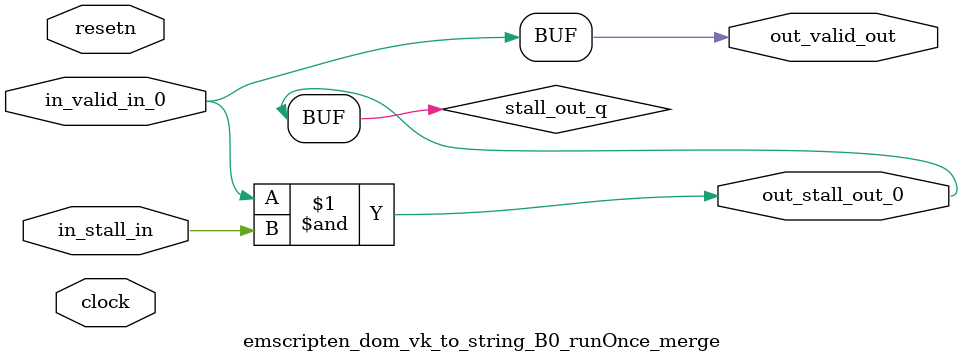
<source format=sv>



(* altera_attribute = "-name AUTO_SHIFT_REGISTER_RECOGNITION OFF; -name MESSAGE_DISABLE 10036; -name MESSAGE_DISABLE 10037; -name MESSAGE_DISABLE 14130; -name MESSAGE_DISABLE 14320; -name MESSAGE_DISABLE 15400; -name MESSAGE_DISABLE 14130; -name MESSAGE_DISABLE 10036; -name MESSAGE_DISABLE 12020; -name MESSAGE_DISABLE 12030; -name MESSAGE_DISABLE 12010; -name MESSAGE_DISABLE 12110; -name MESSAGE_DISABLE 14320; -name MESSAGE_DISABLE 13410; -name MESSAGE_DISABLE 113007; -name MESSAGE_DISABLE 10958" *)
module emscripten_dom_vk_to_string_B0_runOnce_merge (
    input wire [0:0] in_stall_in,
    input wire [0:0] in_valid_in_0,
    output wire [0:0] out_stall_out_0,
    output wire [0:0] out_valid_out,
    input wire clock,
    input wire resetn
    );

    wire [0:0] stall_out_q;


    // stall_out(LOGICAL,6)
    assign stall_out_q = in_valid_in_0 & in_stall_in;

    // out_stall_out_0(GPOUT,4)
    assign out_stall_out_0 = stall_out_q;

    // out_valid_out(GPOUT,5)
    assign out_valid_out = in_valid_in_0;

endmodule

</source>
